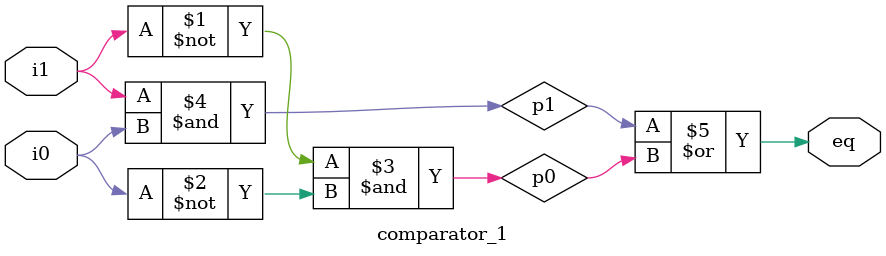
<source format=v>
`timescale 1ns / 1ps
module comparator_1(
    i0,
	 i1,
	 eq);
	 input i0,i1;
	 output eq;
	 wire p0,p1;
	 assign p0 = ~i1 & ~i0;
	 assign p1 = i1 & i0;
	 assign eq = p1 | p0;


endmodule

</source>
